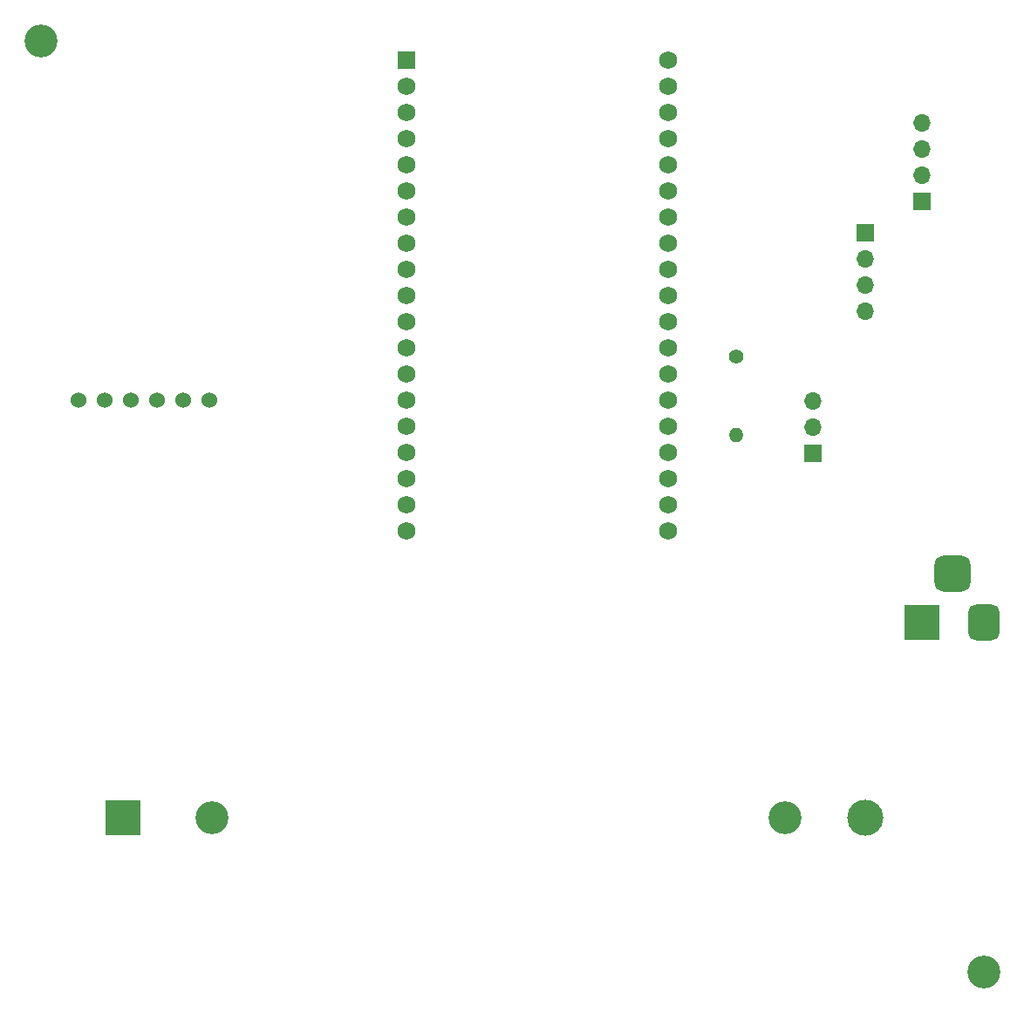
<source format=gbr>
%TF.GenerationSoftware,KiCad,Pcbnew,8.0.8*%
%TF.CreationDate,2025-02-21T17:49:15-05:00*%
%TF.ProjectId,linchenajuancarlos,6c696e63-6865-46e6-916a-75616e636172,rev?*%
%TF.SameCoordinates,Original*%
%TF.FileFunction,Soldermask,Bot*%
%TF.FilePolarity,Negative*%
%FSLAX46Y46*%
G04 Gerber Fmt 4.6, Leading zero omitted, Abs format (unit mm)*
G04 Created by KiCad (PCBNEW 8.0.8) date 2025-02-21 17:49:15*
%MOMM*%
%LPD*%
G01*
G04 APERTURE LIST*
G04 Aperture macros list*
%AMRoundRect*
0 Rectangle with rounded corners*
0 $1 Rounding radius*
0 $2 $3 $4 $5 $6 $7 $8 $9 X,Y pos of 4 corners*
0 Add a 4 corners polygon primitive as box body*
4,1,4,$2,$3,$4,$5,$6,$7,$8,$9,$2,$3,0*
0 Add four circle primitives for the rounded corners*
1,1,$1+$1,$2,$3*
1,1,$1+$1,$4,$5*
1,1,$1+$1,$6,$7*
1,1,$1+$1,$8,$9*
0 Add four rect primitives between the rounded corners*
20,1,$1+$1,$2,$3,$4,$5,0*
20,1,$1+$1,$4,$5,$6,$7,0*
20,1,$1+$1,$6,$7,$8,$9,0*
20,1,$1+$1,$8,$9,$2,$3,0*%
G04 Aperture macros list end*
%ADD10R,1.700000X1.700000*%
%ADD11O,1.700000X1.700000*%
%ADD12C,1.524000*%
%ADD13C,3.200000*%
%ADD14R,3.500000X3.500000*%
%ADD15C,3.500000*%
%ADD16RoundRect,0.102000X-0.765000X-0.765000X0.765000X-0.765000X0.765000X0.765000X-0.765000X0.765000X0*%
%ADD17C,1.734000*%
%ADD18RoundRect,0.750000X0.750000X1.000000X-0.750000X1.000000X-0.750000X-1.000000X0.750000X-1.000000X0*%
%ADD19RoundRect,0.875000X0.875000X0.875000X-0.875000X0.875000X-0.875000X-0.875000X0.875000X-0.875000X0*%
%ADD20C,1.400000*%
%ADD21O,1.400000X1.400000*%
G04 APERTURE END LIST*
D10*
%TO.C,J1*%
X104475000Y-62080000D03*
D11*
X104475000Y-59540000D03*
X104475000Y-57000000D03*
%TD*%
D12*
%TO.C,U2*%
X33150000Y-56930000D03*
X35690000Y-56930000D03*
X38230000Y-56930000D03*
X40770000Y-56930000D03*
X43310000Y-56930000D03*
X45850000Y-56930000D03*
%TD*%
D13*
%TO.C,REF\u002A\u002A*%
X121000000Y-112500000D03*
%TD*%
%TO.C,REF\u002A\u002A*%
X29500000Y-22000000D03*
%TD*%
D10*
%TO.C,J3*%
X109525000Y-40700000D03*
D11*
X109525000Y-43240000D03*
X109525000Y-45780000D03*
X109525000Y-48320000D03*
%TD*%
D10*
%TO.C,J4*%
X115000000Y-37580000D03*
D11*
X115000000Y-35040000D03*
X115000000Y-32500000D03*
X115000000Y-29960000D03*
%TD*%
D13*
%TO.C,BT1*%
X46145000Y-97500000D03*
X101755000Y-97500000D03*
D14*
X37500000Y-97500000D03*
D15*
X109500000Y-97500000D03*
%TD*%
D16*
%TO.C,U1*%
X65000000Y-23940000D03*
D17*
X65000000Y-26480000D03*
X65000000Y-29020000D03*
X65000000Y-31560000D03*
X65000000Y-34100000D03*
X65000000Y-36640000D03*
X65000000Y-39180000D03*
X65000000Y-41720000D03*
X65000000Y-44260000D03*
X65000000Y-46800000D03*
X65000000Y-49340000D03*
X65000000Y-51880000D03*
X65000000Y-54420000D03*
X65000000Y-56960000D03*
X65000000Y-59500000D03*
X65000000Y-62040000D03*
X65000000Y-64580000D03*
X65000000Y-67120000D03*
X65000000Y-69660000D03*
X90400000Y-69660000D03*
X90400000Y-67120000D03*
X90400000Y-64580000D03*
X90400000Y-62040000D03*
X90400000Y-59500000D03*
X90400000Y-56960000D03*
X90400000Y-54420000D03*
X90400000Y-51880000D03*
X90400000Y-49340000D03*
X90400000Y-46800000D03*
X90400000Y-44260000D03*
X90400000Y-41720000D03*
X90400000Y-39180000D03*
X90400000Y-36640000D03*
X90400000Y-34100000D03*
X90400000Y-31560000D03*
X90400000Y-29020000D03*
X90400000Y-26480000D03*
X90400000Y-23940000D03*
%TD*%
D14*
%TO.C,J5*%
X115000000Y-78500000D03*
D18*
X121000000Y-78500000D03*
D19*
X118000000Y-73800000D03*
%TD*%
D20*
%TO.C,R1*%
X97000000Y-52690000D03*
D21*
X97000000Y-60310000D03*
%TD*%
M02*

</source>
